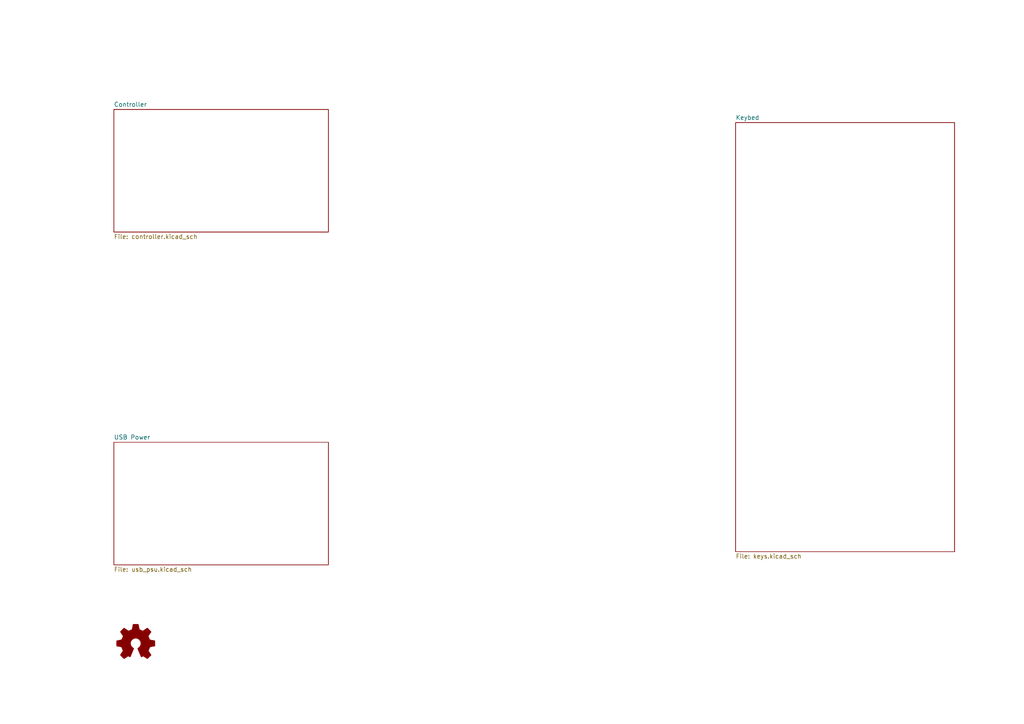
<source format=kicad_sch>
(kicad_sch (version 20230121) (generator eeschema)
  (paper "A4")
  (lib_symbols
    (symbol "Graphic:Logo_Open_Hardware_Small" (in_bom no) (on_board no)
      (symbol "Logo_Open_Hardware_Small_0_1"
        (polyline (pts (xy 3.3528 -4.3434) (xy 3.302 -4.318) (xy 3.175 -4.2418) (xy 2.9972 -4.1148) (xy 2.7686 -3.9624) (xy 2.54 -3.81) (xy 2.3622 -3.7084) (xy 2.2352 -3.6068) (xy 2.1844 -3.5814) (xy 2.159 -3.6068) (xy 2.0574 -3.6576) (xy 1.905 -3.7338) (xy 1.8034 -3.7846) (xy 1.6764 -3.8354) (xy 1.6002 -3.8354) (xy 1.6002 -3.8354) (xy 1.5494 -3.7338) (xy 1.4732 -3.5306) (xy 1.3462 -3.302) (xy 1.2446 -3.0226) (xy 1.1176 -2.7178) (xy 0.9652 -2.413) (xy 0.8636 -2.1082) (xy 0.7366 -1.8288) (xy 0.6604 -1.6256) (xy 0.6096 -1.4732) (xy 0.5842 -1.397) (xy 0.5842 -1.397) (xy 0.6604 -1.3208) (xy 0.7874 -1.2446) (xy 1.0414 -1.016) (xy 1.2954 -0.6858) (xy 1.4478 -0.3302) (xy 1.524 0.0762) (xy 1.4732 0.4572) (xy 1.3208 0.8128) (xy 1.0668 1.143) (xy 0.762 1.3716) (xy 0.4064 1.524) (xy 0 1.5748) (xy -0.381 1.5494) (xy -0.7366 1.397) (xy -1.0668 1.143) (xy -1.2192 0.9906) (xy -1.397 0.6604) (xy -1.524 0.3048) (xy -1.524 0.2286) (xy -1.4986 -0.1778) (xy -1.397 -0.5334) (xy -1.1938 -0.8636) (xy -0.9144 -1.143) (xy -0.8636 -1.1684) (xy -0.7366 -1.27) (xy -0.635 -1.3462) (xy -0.5842 -1.397) (xy -1.0668 -2.5908) (xy -1.143 -2.794) (xy -1.2954 -3.1242) (xy -1.397 -3.4036) (xy -1.4986 -3.6322) (xy -1.5748 -3.7846) (xy -1.6002 -3.8354) (xy -1.6002 -3.8354) (xy -1.651 -3.8354) (xy -1.7272 -3.81) (xy -1.905 -3.7338) (xy -2.0066 -3.683) (xy -2.1336 -3.6068) (xy -2.2098 -3.5814) (xy -2.2606 -3.6068) (xy -2.3622 -3.683) (xy -2.54 -3.81) (xy -2.7686 -3.9624) (xy -2.9718 -4.0894) (xy -3.1496 -4.2164) (xy -3.302 -4.318) (xy -3.3528 -4.3434) (xy -3.3782 -4.3434) (xy -3.429 -4.318) (xy -3.5306 -4.2164) (xy -3.7084 -4.064) (xy -3.937 -3.8354) (xy -3.9624 -3.81) (xy -4.1656 -3.6068) (xy -4.318 -3.4544) (xy -4.4196 -3.3274) (xy -4.445 -3.2766) (xy -4.445 -3.2766) (xy -4.4196 -3.2258) (xy -4.318 -3.0734) (xy -4.2164 -2.8956) (xy -4.064 -2.667) (xy -3.6576 -2.0828) (xy -3.8862 -1.5494) (xy -3.937 -1.3716) (xy -4.0386 -1.1684) (xy -4.0894 -1.0414) (xy -4.1148 -0.9652) (xy -4.191 -0.9398) (xy -4.318 -0.9144) (xy -4.5466 -0.8636) (xy -4.8006 -0.8128) (xy -5.0546 -0.7874) (xy -5.2578 -0.7366) (xy -5.4356 -0.7112) (xy -5.5118 -0.6858) (xy -5.5118 -0.6858) (xy -5.5372 -0.635) (xy -5.5372 -0.5588) (xy -5.5372 -0.4318) (xy -5.5626 -0.2286) (xy -5.5626 0.0762) (xy -5.5626 0.127) (xy -5.5372 0.4064) (xy -5.5372 0.635) (xy -5.5372 0.762) (xy -5.5372 0.8382) (xy -5.5372 0.8382) (xy -5.461 0.8382) (xy -5.3086 0.889) (xy -5.08 0.9144) (xy -4.826 0.9652) (xy -4.8006 0.9906) (xy -4.5466 1.0414) (xy -4.318 1.0668) (xy -4.1656 1.1176) (xy -4.0894 1.143) (xy -4.0894 1.143) (xy -4.0386 1.2446) (xy -3.9624 1.4224) (xy -3.8608 1.6256) (xy -3.7846 1.8288) (xy -3.7084 2.0066) (xy -3.6576 2.159) (xy -3.6322 2.2098) (xy -3.6322 2.2098) (xy -3.683 2.286) (xy -3.7592 2.413) (xy -3.8862 2.5908) (xy -4.064 2.8194) (xy -4.064 2.8448) (xy -4.2164 3.0734) (xy -4.3434 3.2512) (xy -4.4196 3.3782) (xy -4.445 3.4544) (xy -4.445 3.4544) (xy -4.3942 3.5052) (xy -4.2926 3.6322) (xy -4.1148 3.81) (xy -3.937 4.0132) (xy -3.8608 4.064) (xy -3.6576 4.2926) (xy -3.5052 4.4196) (xy -3.4036 4.4958) (xy -3.3528 4.5212) (xy -3.3528 4.5212) (xy -3.302 4.4704) (xy -3.1496 4.3688) (xy -2.9718 4.2418) (xy -2.7432 4.0894) (xy -2.7178 4.0894) (xy -2.4892 3.937) (xy -2.3114 3.81) (xy -2.1844 3.7084) (xy -2.1336 3.683) (xy -2.1082 3.683) (xy -2.032 3.7084) (xy -1.8542 3.7592) (xy -1.6764 3.8354) (xy -1.4732 3.937) (xy -1.27 4.0132) (xy -1.143 4.064) (xy -1.0668 4.1148) (xy -1.0668 4.1148) (xy -1.0414 4.191) (xy -1.016 4.3434) (xy -0.9652 4.572) (xy -0.9144 4.8514) (xy -0.889 4.9022) (xy -0.8382 5.1562) (xy -0.8128 5.3848) (xy -0.7874 5.5372) (xy -0.762 5.588) (xy -0.7112 5.6134) (xy -0.5842 5.6134) (xy -0.4064 5.6134) (xy -0.1524 5.6134) (xy 0.0762 5.6134) (xy 0.3302 5.6134) (xy 0.5334 5.6134) (xy 0.6858 5.588) (xy 0.7366 5.588) (xy 0.7366 5.588) (xy 0.762 5.5118) (xy 0.8128 5.334) (xy 0.8382 5.1054) (xy 0.9144 4.826) (xy 0.9144 4.7752) (xy 0.9652 4.5212) (xy 1.016 4.2926) (xy 1.0414 4.1402) (xy 1.0668 4.0894) (xy 1.0668 4.0894) (xy 1.1938 4.0386) (xy 1.3716 3.9624) (xy 1.5748 3.8608) (xy 2.0828 3.6576) (xy 2.7178 4.0894) (xy 2.7686 4.1402) (xy 2.9972 4.2926) (xy 3.175 4.4196) (xy 3.302 4.4958) (xy 3.3782 4.5212) (xy 3.3782 4.5212) (xy 3.429 4.4704) (xy 3.556 4.3434) (xy 3.7338 4.191) (xy 3.9116 3.9878) (xy 4.064 3.8354) (xy 4.2418 3.6576) (xy 4.3434 3.556) (xy 4.4196 3.4798) (xy 4.4196 3.429) (xy 4.4196 3.4036) (xy 4.3942 3.3274) (xy 4.2926 3.2004) (xy 4.1656 2.9972) (xy 4.0132 2.794) (xy 3.8862 2.5908) (xy 3.7592 2.3876) (xy 3.6576 2.2352) (xy 3.6322 2.159) (xy 3.6322 2.1336) (xy 3.683 2.0066) (xy 3.7592 1.8288) (xy 3.8608 1.6002) (xy 4.064 1.1176) (xy 4.3942 1.0414) (xy 4.5974 1.016) (xy 4.8768 0.9652) (xy 5.1308 0.9144) (xy 5.5372 0.8382) (xy 5.5626 -0.6604) (xy 5.4864 -0.6858) (xy 5.4356 -0.6858) (xy 5.2832 -0.7366) (xy 5.0546 -0.762) (xy 4.8006 -0.8128) (xy 4.5974 -0.8636) (xy 4.3688 -0.9144) (xy 4.2164 -0.9398) (xy 4.1402 -0.9398) (xy 4.1148 -0.9652) (xy 4.064 -1.0668) (xy 3.9878 -1.2446) (xy 3.9116 -1.4478) (xy 3.81 -1.651) (xy 3.7338 -1.8542) (xy 3.683 -2.0066) (xy 3.6576 -2.0828) (xy 3.683 -2.1336) (xy 3.7846 -2.2606) (xy 3.8862 -2.4638) (xy 4.0386 -2.667) (xy 4.191 -2.8956) (xy 4.318 -3.0734) (xy 4.3942 -3.2004) (xy 4.445 -3.2766) (xy 4.4196 -3.3274) (xy 4.3434 -3.429) (xy 4.1656 -3.5814) (xy 3.937 -3.8354) (xy 3.8862 -3.8608) (xy 3.683 -4.064) (xy 3.5306 -4.2164) (xy 3.4036 -4.318) (xy 3.3528 -4.3434)) (fill (type outline)))
      )
    )
  )
  (symbol (lib_id "Graphic:Logo_Open_Hardware_Small") (at 39.37 186.69 0) (unit 1) (in_bom no) (on_board no)
    (property "Reference" "#SYM1" (effects hide))
    (property "Value" "Logo_Open_Hardware_Small" (effects hide))
    (property "Sim.Enable" "0" (effects hide))
  )
  (sheet (at 33.02 31.75) (size 62.23 35.56) (stroke (width 0.1524))
    (property "Sheetname" "Controller" (at 33.02 31.0384 0) (effects (justify left bottom)))
    (property "Sheetfile" "controller.kicad_sch" (at 33.02 67.8946 0) (effects (justify left top)))
  )
  (sheet (at 33.02 128.27) (size 62.23 35.56) (stroke (width 0.1524))
    (property "Sheetname" "USB Power" (at 33.02 127.5584 0) (effects (justify left bottom)))
    (property "Sheetfile" "usb_psu.kicad_sch" (at 33.02 164.4146 0) (effects (justify left top)))
  )
  (sheet (at 213.36 35.56) (size 63.5 124.46) (stroke (width 0.1524))
    (property "Sheetname" "Keybed" (at 213.36 34.8484 0) (effects (justify left bottom)))
    (property "Sheetfile" "keys.kicad_sch" (at 213.36 160.6046 0) (effects (justify left top)))
  )
)
</source>
